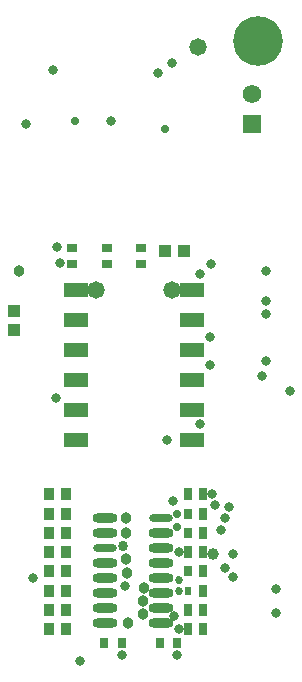
<source format=gbr>
G04*
G04 #@! TF.GenerationSoftware,Altium Limited,Altium Designer,24.9.1 (31)*
G04*
G04 Layer_Color=16711935*
%FSLAX25Y25*%
%MOIN*%
G70*
G04*
G04 #@! TF.SameCoordinates,F3BC3392-02DA-4331-AFF2-193CA699B933*
G04*
G04*
G04 #@! TF.FilePolarity,Negative*
G04*
G01*
G75*
%ADD22R,0.03150X0.03543*%
%ADD27R,0.03197X0.02593*%
%ADD41R,0.03910X0.04461*%
%ADD49R,0.03556X0.04343*%
%ADD55R,0.06181X0.06181*%
%ADD56C,0.06181*%
%ADD57C,0.03300*%
%ADD58C,0.02900*%
%ADD59C,0.02700*%
%ADD60C,0.03200*%
%ADD61C,0.03800*%
%ADD62C,0.03900*%
%ADD63C,0.03400*%
%ADD64C,0.05800*%
%ADD65C,0.16548*%
%ADD77R,0.02362X0.03150*%
%ADD81R,0.03162X0.03950*%
%ADD82R,0.02762X0.03550*%
%ADD83O,0.07880X0.02762*%
%ADD84O,0.08280X0.03162*%
%ADD85R,0.08300X0.04816*%
%ADD86R,0.04461X0.03910*%
D22*
X156953Y106000D02*
D03*
X151047D02*
D03*
X138453D02*
D03*
X132547D02*
D03*
D27*
X122000Y237664D02*
D03*
Y232336D02*
D03*
X145000Y237664D02*
D03*
Y232336D02*
D03*
X133500Y237664D02*
D03*
Y232336D02*
D03*
D41*
X152772Y236500D02*
D03*
X159228D02*
D03*
D49*
X114244Y155500D02*
D03*
X119756D02*
D03*
X114244Y149083D02*
D03*
X119756D02*
D03*
X114244Y142667D02*
D03*
X119756D02*
D03*
X114244Y136250D02*
D03*
X119756D02*
D03*
X114244Y129833D02*
D03*
X119756D02*
D03*
X114244Y117000D02*
D03*
X119756D02*
D03*
X114244Y110500D02*
D03*
X119756D02*
D03*
X114244Y123417D02*
D03*
X119756D02*
D03*
D55*
X182000Y279000D02*
D03*
D56*
Y289000D02*
D03*
D57*
X106555Y279048D02*
D03*
X168490Y155683D02*
D03*
X169500Y152000D02*
D03*
X175500Y128000D02*
D03*
X155878Y114953D02*
D03*
X194569Y190000D02*
D03*
X185250Y195000D02*
D03*
X115500Y297000D02*
D03*
X150500Y296000D02*
D03*
X155347Y299153D02*
D03*
X155555Y153202D02*
D03*
X174207Y151122D02*
D03*
X173000Y147500D02*
D03*
X171500Y143500D02*
D03*
X175500Y135500D02*
D03*
X172993Y131007D02*
D03*
X168250Y232419D02*
D03*
X164595Y178963D02*
D03*
X168000Y198500D02*
D03*
Y208000D02*
D03*
X116500Y187500D02*
D03*
X189993Y123937D02*
D03*
X157500Y110750D02*
D03*
X108900Y127500D02*
D03*
X135000Y280000D02*
D03*
X117000Y238000D02*
D03*
X118000Y232500D02*
D03*
X138500Y102000D02*
D03*
X157000D02*
D03*
X186500Y200000D02*
D03*
Y215500D02*
D03*
Y220000D02*
D03*
X124500Y100000D02*
D03*
X153500Y173500D02*
D03*
X157500Y136250D02*
D03*
X164500Y229000D02*
D03*
X189993Y116000D02*
D03*
X186500Y230000D02*
D03*
D58*
X123000Y280000D02*
D03*
X157000Y144500D02*
D03*
Y149000D02*
D03*
X152894Y277292D02*
D03*
D59*
X157500Y127000D02*
D03*
Y123181D02*
D03*
D60*
X139500Y125000D02*
D03*
D61*
X140319Y129138D02*
D03*
X145946Y124195D02*
D03*
X145500Y115500D02*
D03*
Y120000D02*
D03*
X140500Y112500D02*
D03*
X140000Y134000D02*
D03*
X139864Y142500D02*
D03*
Y147500D02*
D03*
X104158Y229913D02*
D03*
D62*
X169000Y135500D02*
D03*
D63*
X139000Y138226D02*
D03*
D64*
X164000Y304500D02*
D03*
X155091Y223500D02*
D03*
X130000D02*
D03*
D65*
X184000Y306500D02*
D03*
D77*
X160441Y123417D02*
D03*
D81*
X165559D02*
D03*
X160441Y110500D02*
D03*
X165559D02*
D03*
X160441Y117000D02*
D03*
X165559D02*
D03*
Y129833D02*
D03*
X160441Y136250D02*
D03*
X165559D02*
D03*
Y142667D02*
D03*
Y149083D02*
D03*
X160441Y155500D02*
D03*
X165559D02*
D03*
D82*
X160441Y129833D02*
D03*
Y142667D02*
D03*
Y149083D02*
D03*
D83*
X151504Y147500D02*
D03*
X133000Y137500D02*
D03*
D84*
X151504Y142500D02*
D03*
Y137500D02*
D03*
Y132500D02*
D03*
Y127500D02*
D03*
Y122500D02*
D03*
Y117500D02*
D03*
Y112500D02*
D03*
X133000Y147500D02*
D03*
Y142500D02*
D03*
Y132500D02*
D03*
Y127500D02*
D03*
Y122500D02*
D03*
Y117500D02*
D03*
Y112500D02*
D03*
D85*
X161841Y223500D02*
D03*
X123159D02*
D03*
X161841Y213500D02*
D03*
X123159D02*
D03*
X161841Y203500D02*
D03*
X123159D02*
D03*
X161841Y193500D02*
D03*
X123159D02*
D03*
X161841Y183500D02*
D03*
X123159D02*
D03*
X161841Y173500D02*
D03*
X123159D02*
D03*
D86*
X102500Y216728D02*
D03*
Y210272D02*
D03*
M02*

</source>
